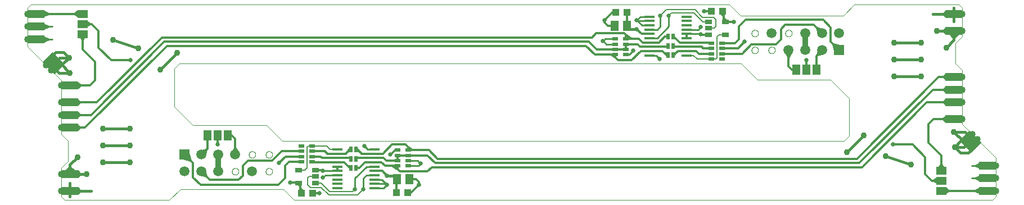
<source format=gtl>
G04 EAGLE Gerber X2 export*
%TF.Part,Single*%
%TF.FileFunction,Other,top copper*%
%TF.FilePolarity,Positive*%
%TF.GenerationSoftware,Autodesk,EAGLE,9.5.2*%
%TF.CreationDate,2020-04-08T10:12:48Z*%
G75*
%MOMM*%
%FSLAX34Y34*%
%LPD*%
%INtop copper*%
%AMOC8*
5,1,8,0,0,1.08239X$1,22.5*%
G01*
%ADD10C,0.000000*%
%ADD11R,2.540000X1.270000*%
%ADD12R,1.270000X2.540000*%
%ADD13R,1.500000X1.500000*%
%ADD14C,1.500000*%
%ADD15R,1.168400X1.600200*%
%ADD16R,1.300000X1.500000*%
%ADD17R,1.600000X0.350000*%
%ADD18R,0.900000X0.500000*%
%ADD19R,1.100000X1.000000*%
%ADD20R,0.508000X0.889000*%
%ADD21R,1.600200X1.168400*%
%ADD22R,0.990000X0.690000*%
%ADD23C,0.203200*%
%ADD24C,1.020000*%
%ADD25C,0.304800*%
%ADD26C,0.406400*%
%ADD27C,0.935000*%
%ADD28C,0.680000*%
%ADD29C,0.254000*%
%ADD30C,0.812800*%


D10*
X0Y232410D02*
X50800Y181610D01*
X50800Y100330D01*
X60960Y90170D01*
X60960Y59690D01*
X50800Y49530D01*
X50800Y6350D01*
X55880Y1270D01*
X213360Y1270D01*
X0Y232410D02*
X0Y290830D01*
X5080Y295910D01*
X220980Y199390D02*
X220980Y142240D01*
X220980Y199390D02*
X228600Y207010D01*
X1074420Y207010D01*
X1056640Y295910D02*
X5080Y295910D01*
X1074420Y207010D02*
X1098550Y182880D01*
X1209040Y182880D01*
X1073150Y279400D02*
X1056640Y295910D01*
X1073150Y279400D02*
X1228090Y279400D01*
X1407160Y115570D02*
X1457960Y64770D01*
X1407160Y115570D02*
X1407160Y196850D01*
X1397000Y207010D01*
X1397000Y237490D01*
X1407160Y247650D01*
X1407160Y290830D01*
X1402080Y295910D01*
X1244600Y295910D01*
X1457960Y64770D02*
X1457960Y6350D01*
X1452880Y1270D01*
X1236980Y97790D02*
X1236980Y154940D01*
X1236980Y97790D02*
X1229360Y90170D01*
X383540Y90170D01*
X401320Y1270D02*
X1452880Y1270D01*
X383540Y90170D02*
X359410Y114300D01*
X248920Y114300D01*
X384810Y17780D02*
X401320Y1270D01*
X384810Y17780D02*
X229870Y17780D01*
X1228090Y279400D02*
X1244600Y295910D01*
X1209040Y182880D02*
X1236980Y154940D01*
X248920Y114300D02*
X220980Y142240D01*
X229870Y17780D02*
X213360Y1270D01*
D11*
X63500Y110490D03*
X63500Y173990D03*
X63500Y129540D03*
X63500Y40640D03*
D12*
G36*
X55380Y206330D02*
X46400Y197350D01*
X28440Y215310D01*
X37420Y224290D01*
X55380Y206330D01*
G37*
D11*
X63500Y15240D03*
X63500Y148590D03*
D12*
G36*
X49030Y199980D02*
X40050Y191000D01*
X22090Y208960D01*
X31070Y217940D01*
X49030Y199980D01*
G37*
D13*
X1221740Y227330D03*
D14*
X1221740Y252730D03*
X1196340Y227330D03*
X1196340Y252730D03*
X1170940Y227330D03*
X1170940Y252730D03*
X1120140Y252730D03*
D10*
X1115140Y227330D02*
X1115142Y227471D01*
X1115148Y227612D01*
X1115158Y227752D01*
X1115172Y227892D01*
X1115190Y228032D01*
X1115211Y228171D01*
X1115237Y228310D01*
X1115266Y228448D01*
X1115300Y228584D01*
X1115337Y228720D01*
X1115378Y228855D01*
X1115423Y228989D01*
X1115472Y229121D01*
X1115524Y229252D01*
X1115580Y229381D01*
X1115640Y229508D01*
X1115703Y229634D01*
X1115769Y229758D01*
X1115840Y229881D01*
X1115913Y230001D01*
X1115990Y230119D01*
X1116070Y230235D01*
X1116154Y230348D01*
X1116240Y230459D01*
X1116330Y230568D01*
X1116423Y230674D01*
X1116518Y230777D01*
X1116617Y230878D01*
X1116718Y230976D01*
X1116822Y231071D01*
X1116929Y231163D01*
X1117038Y231252D01*
X1117150Y231337D01*
X1117264Y231420D01*
X1117380Y231500D01*
X1117499Y231576D01*
X1117620Y231648D01*
X1117742Y231718D01*
X1117867Y231783D01*
X1117993Y231846D01*
X1118121Y231904D01*
X1118251Y231959D01*
X1118382Y232011D01*
X1118515Y232058D01*
X1118649Y232102D01*
X1118784Y232143D01*
X1118920Y232179D01*
X1119057Y232211D01*
X1119195Y232240D01*
X1119333Y232265D01*
X1119473Y232285D01*
X1119613Y232302D01*
X1119753Y232315D01*
X1119894Y232324D01*
X1120034Y232329D01*
X1120175Y232330D01*
X1120316Y232327D01*
X1120457Y232320D01*
X1120597Y232309D01*
X1120737Y232294D01*
X1120877Y232275D01*
X1121016Y232253D01*
X1121154Y232226D01*
X1121292Y232196D01*
X1121428Y232161D01*
X1121564Y232123D01*
X1121698Y232081D01*
X1121832Y232035D01*
X1121964Y231986D01*
X1122094Y231932D01*
X1122223Y231875D01*
X1122350Y231815D01*
X1122476Y231751D01*
X1122599Y231683D01*
X1122721Y231612D01*
X1122841Y231538D01*
X1122958Y231460D01*
X1123073Y231379D01*
X1123186Y231295D01*
X1123297Y231208D01*
X1123405Y231117D01*
X1123510Y231024D01*
X1123613Y230927D01*
X1123713Y230828D01*
X1123810Y230726D01*
X1123904Y230621D01*
X1123995Y230514D01*
X1124083Y230404D01*
X1124168Y230292D01*
X1124250Y230177D01*
X1124329Y230060D01*
X1124404Y229941D01*
X1124476Y229820D01*
X1124544Y229697D01*
X1124609Y229572D01*
X1124671Y229445D01*
X1124728Y229316D01*
X1124783Y229186D01*
X1124833Y229055D01*
X1124880Y228922D01*
X1124923Y228788D01*
X1124962Y228652D01*
X1124997Y228516D01*
X1125029Y228379D01*
X1125056Y228241D01*
X1125080Y228102D01*
X1125100Y227962D01*
X1125116Y227822D01*
X1125128Y227682D01*
X1125136Y227541D01*
X1125140Y227400D01*
X1125140Y227260D01*
X1125136Y227119D01*
X1125128Y226978D01*
X1125116Y226838D01*
X1125100Y226698D01*
X1125080Y226558D01*
X1125056Y226419D01*
X1125029Y226281D01*
X1124997Y226144D01*
X1124962Y226008D01*
X1124923Y225872D01*
X1124880Y225738D01*
X1124833Y225605D01*
X1124783Y225474D01*
X1124728Y225344D01*
X1124671Y225215D01*
X1124609Y225088D01*
X1124544Y224963D01*
X1124476Y224840D01*
X1124404Y224719D01*
X1124329Y224600D01*
X1124250Y224483D01*
X1124168Y224368D01*
X1124083Y224256D01*
X1123995Y224146D01*
X1123904Y224039D01*
X1123810Y223934D01*
X1123713Y223832D01*
X1123613Y223733D01*
X1123510Y223636D01*
X1123405Y223543D01*
X1123297Y223452D01*
X1123186Y223365D01*
X1123073Y223281D01*
X1122958Y223200D01*
X1122841Y223122D01*
X1122721Y223048D01*
X1122599Y222977D01*
X1122476Y222909D01*
X1122350Y222845D01*
X1122223Y222785D01*
X1122094Y222728D01*
X1121964Y222674D01*
X1121832Y222625D01*
X1121698Y222579D01*
X1121564Y222537D01*
X1121428Y222499D01*
X1121292Y222464D01*
X1121154Y222434D01*
X1121016Y222407D01*
X1120877Y222385D01*
X1120737Y222366D01*
X1120597Y222351D01*
X1120457Y222340D01*
X1120316Y222333D01*
X1120175Y222330D01*
X1120034Y222331D01*
X1119894Y222336D01*
X1119753Y222345D01*
X1119613Y222358D01*
X1119473Y222375D01*
X1119333Y222395D01*
X1119195Y222420D01*
X1119057Y222449D01*
X1118920Y222481D01*
X1118784Y222517D01*
X1118649Y222558D01*
X1118515Y222602D01*
X1118382Y222649D01*
X1118251Y222701D01*
X1118121Y222756D01*
X1117993Y222814D01*
X1117867Y222877D01*
X1117742Y222942D01*
X1117620Y223012D01*
X1117499Y223084D01*
X1117380Y223160D01*
X1117264Y223240D01*
X1117150Y223323D01*
X1117038Y223408D01*
X1116929Y223497D01*
X1116822Y223589D01*
X1116718Y223684D01*
X1116617Y223782D01*
X1116518Y223883D01*
X1116423Y223986D01*
X1116330Y224092D01*
X1116240Y224201D01*
X1116154Y224312D01*
X1116070Y224425D01*
X1115990Y224541D01*
X1115913Y224659D01*
X1115840Y224779D01*
X1115769Y224902D01*
X1115703Y225026D01*
X1115640Y225152D01*
X1115580Y225279D01*
X1115524Y225408D01*
X1115472Y225539D01*
X1115423Y225671D01*
X1115378Y225805D01*
X1115337Y225940D01*
X1115300Y226076D01*
X1115266Y226212D01*
X1115237Y226350D01*
X1115211Y226489D01*
X1115190Y226628D01*
X1115172Y226768D01*
X1115158Y226908D01*
X1115148Y227048D01*
X1115142Y227189D01*
X1115140Y227330D01*
X1089740Y227330D02*
X1089742Y227471D01*
X1089748Y227612D01*
X1089758Y227752D01*
X1089772Y227892D01*
X1089790Y228032D01*
X1089811Y228171D01*
X1089837Y228310D01*
X1089866Y228448D01*
X1089900Y228584D01*
X1089937Y228720D01*
X1089978Y228855D01*
X1090023Y228989D01*
X1090072Y229121D01*
X1090124Y229252D01*
X1090180Y229381D01*
X1090240Y229508D01*
X1090303Y229634D01*
X1090369Y229758D01*
X1090440Y229881D01*
X1090513Y230001D01*
X1090590Y230119D01*
X1090670Y230235D01*
X1090754Y230348D01*
X1090840Y230459D01*
X1090930Y230568D01*
X1091023Y230674D01*
X1091118Y230777D01*
X1091217Y230878D01*
X1091318Y230976D01*
X1091422Y231071D01*
X1091529Y231163D01*
X1091638Y231252D01*
X1091750Y231337D01*
X1091864Y231420D01*
X1091980Y231500D01*
X1092099Y231576D01*
X1092220Y231648D01*
X1092342Y231718D01*
X1092467Y231783D01*
X1092593Y231846D01*
X1092721Y231904D01*
X1092851Y231959D01*
X1092982Y232011D01*
X1093115Y232058D01*
X1093249Y232102D01*
X1093384Y232143D01*
X1093520Y232179D01*
X1093657Y232211D01*
X1093795Y232240D01*
X1093933Y232265D01*
X1094073Y232285D01*
X1094213Y232302D01*
X1094353Y232315D01*
X1094494Y232324D01*
X1094634Y232329D01*
X1094775Y232330D01*
X1094916Y232327D01*
X1095057Y232320D01*
X1095197Y232309D01*
X1095337Y232294D01*
X1095477Y232275D01*
X1095616Y232253D01*
X1095754Y232226D01*
X1095892Y232196D01*
X1096028Y232161D01*
X1096164Y232123D01*
X1096298Y232081D01*
X1096432Y232035D01*
X1096564Y231986D01*
X1096694Y231932D01*
X1096823Y231875D01*
X1096950Y231815D01*
X1097076Y231751D01*
X1097199Y231683D01*
X1097321Y231612D01*
X1097441Y231538D01*
X1097558Y231460D01*
X1097673Y231379D01*
X1097786Y231295D01*
X1097897Y231208D01*
X1098005Y231117D01*
X1098110Y231024D01*
X1098213Y230927D01*
X1098313Y230828D01*
X1098410Y230726D01*
X1098504Y230621D01*
X1098595Y230514D01*
X1098683Y230404D01*
X1098768Y230292D01*
X1098850Y230177D01*
X1098929Y230060D01*
X1099004Y229941D01*
X1099076Y229820D01*
X1099144Y229697D01*
X1099209Y229572D01*
X1099271Y229445D01*
X1099328Y229316D01*
X1099383Y229186D01*
X1099433Y229055D01*
X1099480Y228922D01*
X1099523Y228788D01*
X1099562Y228652D01*
X1099597Y228516D01*
X1099629Y228379D01*
X1099656Y228241D01*
X1099680Y228102D01*
X1099700Y227962D01*
X1099716Y227822D01*
X1099728Y227682D01*
X1099736Y227541D01*
X1099740Y227400D01*
X1099740Y227260D01*
X1099736Y227119D01*
X1099728Y226978D01*
X1099716Y226838D01*
X1099700Y226698D01*
X1099680Y226558D01*
X1099656Y226419D01*
X1099629Y226281D01*
X1099597Y226144D01*
X1099562Y226008D01*
X1099523Y225872D01*
X1099480Y225738D01*
X1099433Y225605D01*
X1099383Y225474D01*
X1099328Y225344D01*
X1099271Y225215D01*
X1099209Y225088D01*
X1099144Y224963D01*
X1099076Y224840D01*
X1099004Y224719D01*
X1098929Y224600D01*
X1098850Y224483D01*
X1098768Y224368D01*
X1098683Y224256D01*
X1098595Y224146D01*
X1098504Y224039D01*
X1098410Y223934D01*
X1098313Y223832D01*
X1098213Y223733D01*
X1098110Y223636D01*
X1098005Y223543D01*
X1097897Y223452D01*
X1097786Y223365D01*
X1097673Y223281D01*
X1097558Y223200D01*
X1097441Y223122D01*
X1097321Y223048D01*
X1097199Y222977D01*
X1097076Y222909D01*
X1096950Y222845D01*
X1096823Y222785D01*
X1096694Y222728D01*
X1096564Y222674D01*
X1096432Y222625D01*
X1096298Y222579D01*
X1096164Y222537D01*
X1096028Y222499D01*
X1095892Y222464D01*
X1095754Y222434D01*
X1095616Y222407D01*
X1095477Y222385D01*
X1095337Y222366D01*
X1095197Y222351D01*
X1095057Y222340D01*
X1094916Y222333D01*
X1094775Y222330D01*
X1094634Y222331D01*
X1094494Y222336D01*
X1094353Y222345D01*
X1094213Y222358D01*
X1094073Y222375D01*
X1093933Y222395D01*
X1093795Y222420D01*
X1093657Y222449D01*
X1093520Y222481D01*
X1093384Y222517D01*
X1093249Y222558D01*
X1093115Y222602D01*
X1092982Y222649D01*
X1092851Y222701D01*
X1092721Y222756D01*
X1092593Y222814D01*
X1092467Y222877D01*
X1092342Y222942D01*
X1092220Y223012D01*
X1092099Y223084D01*
X1091980Y223160D01*
X1091864Y223240D01*
X1091750Y223323D01*
X1091638Y223408D01*
X1091529Y223497D01*
X1091422Y223589D01*
X1091318Y223684D01*
X1091217Y223782D01*
X1091118Y223883D01*
X1091023Y223986D01*
X1090930Y224092D01*
X1090840Y224201D01*
X1090754Y224312D01*
X1090670Y224425D01*
X1090590Y224541D01*
X1090513Y224659D01*
X1090440Y224779D01*
X1090369Y224902D01*
X1090303Y225026D01*
X1090240Y225152D01*
X1090180Y225279D01*
X1090124Y225408D01*
X1090072Y225539D01*
X1090023Y225671D01*
X1089978Y225805D01*
X1089937Y225940D01*
X1089900Y226076D01*
X1089866Y226212D01*
X1089837Y226350D01*
X1089811Y226489D01*
X1089790Y226628D01*
X1089772Y226768D01*
X1089758Y226908D01*
X1089748Y227048D01*
X1089742Y227189D01*
X1089740Y227330D01*
X1089740Y252730D02*
X1089742Y252871D01*
X1089748Y253012D01*
X1089758Y253152D01*
X1089772Y253292D01*
X1089790Y253432D01*
X1089811Y253571D01*
X1089837Y253710D01*
X1089866Y253848D01*
X1089900Y253984D01*
X1089937Y254120D01*
X1089978Y254255D01*
X1090023Y254389D01*
X1090072Y254521D01*
X1090124Y254652D01*
X1090180Y254781D01*
X1090240Y254908D01*
X1090303Y255034D01*
X1090369Y255158D01*
X1090440Y255281D01*
X1090513Y255401D01*
X1090590Y255519D01*
X1090670Y255635D01*
X1090754Y255748D01*
X1090840Y255859D01*
X1090930Y255968D01*
X1091023Y256074D01*
X1091118Y256177D01*
X1091217Y256278D01*
X1091318Y256376D01*
X1091422Y256471D01*
X1091529Y256563D01*
X1091638Y256652D01*
X1091750Y256737D01*
X1091864Y256820D01*
X1091980Y256900D01*
X1092099Y256976D01*
X1092220Y257048D01*
X1092342Y257118D01*
X1092467Y257183D01*
X1092593Y257246D01*
X1092721Y257304D01*
X1092851Y257359D01*
X1092982Y257411D01*
X1093115Y257458D01*
X1093249Y257502D01*
X1093384Y257543D01*
X1093520Y257579D01*
X1093657Y257611D01*
X1093795Y257640D01*
X1093933Y257665D01*
X1094073Y257685D01*
X1094213Y257702D01*
X1094353Y257715D01*
X1094494Y257724D01*
X1094634Y257729D01*
X1094775Y257730D01*
X1094916Y257727D01*
X1095057Y257720D01*
X1095197Y257709D01*
X1095337Y257694D01*
X1095477Y257675D01*
X1095616Y257653D01*
X1095754Y257626D01*
X1095892Y257596D01*
X1096028Y257561D01*
X1096164Y257523D01*
X1096298Y257481D01*
X1096432Y257435D01*
X1096564Y257386D01*
X1096694Y257332D01*
X1096823Y257275D01*
X1096950Y257215D01*
X1097076Y257151D01*
X1097199Y257083D01*
X1097321Y257012D01*
X1097441Y256938D01*
X1097558Y256860D01*
X1097673Y256779D01*
X1097786Y256695D01*
X1097897Y256608D01*
X1098005Y256517D01*
X1098110Y256424D01*
X1098213Y256327D01*
X1098313Y256228D01*
X1098410Y256126D01*
X1098504Y256021D01*
X1098595Y255914D01*
X1098683Y255804D01*
X1098768Y255692D01*
X1098850Y255577D01*
X1098929Y255460D01*
X1099004Y255341D01*
X1099076Y255220D01*
X1099144Y255097D01*
X1099209Y254972D01*
X1099271Y254845D01*
X1099328Y254716D01*
X1099383Y254586D01*
X1099433Y254455D01*
X1099480Y254322D01*
X1099523Y254188D01*
X1099562Y254052D01*
X1099597Y253916D01*
X1099629Y253779D01*
X1099656Y253641D01*
X1099680Y253502D01*
X1099700Y253362D01*
X1099716Y253222D01*
X1099728Y253082D01*
X1099736Y252941D01*
X1099740Y252800D01*
X1099740Y252660D01*
X1099736Y252519D01*
X1099728Y252378D01*
X1099716Y252238D01*
X1099700Y252098D01*
X1099680Y251958D01*
X1099656Y251819D01*
X1099629Y251681D01*
X1099597Y251544D01*
X1099562Y251408D01*
X1099523Y251272D01*
X1099480Y251138D01*
X1099433Y251005D01*
X1099383Y250874D01*
X1099328Y250744D01*
X1099271Y250615D01*
X1099209Y250488D01*
X1099144Y250363D01*
X1099076Y250240D01*
X1099004Y250119D01*
X1098929Y250000D01*
X1098850Y249883D01*
X1098768Y249768D01*
X1098683Y249656D01*
X1098595Y249546D01*
X1098504Y249439D01*
X1098410Y249334D01*
X1098313Y249232D01*
X1098213Y249133D01*
X1098110Y249036D01*
X1098005Y248943D01*
X1097897Y248852D01*
X1097786Y248765D01*
X1097673Y248681D01*
X1097558Y248600D01*
X1097441Y248522D01*
X1097321Y248448D01*
X1097199Y248377D01*
X1097076Y248309D01*
X1096950Y248245D01*
X1096823Y248185D01*
X1096694Y248128D01*
X1096564Y248074D01*
X1096432Y248025D01*
X1096298Y247979D01*
X1096164Y247937D01*
X1096028Y247899D01*
X1095892Y247864D01*
X1095754Y247834D01*
X1095616Y247807D01*
X1095477Y247785D01*
X1095337Y247766D01*
X1095197Y247751D01*
X1095057Y247740D01*
X1094916Y247733D01*
X1094775Y247730D01*
X1094634Y247731D01*
X1094494Y247736D01*
X1094353Y247745D01*
X1094213Y247758D01*
X1094073Y247775D01*
X1093933Y247795D01*
X1093795Y247820D01*
X1093657Y247849D01*
X1093520Y247881D01*
X1093384Y247917D01*
X1093249Y247958D01*
X1093115Y248002D01*
X1092982Y248049D01*
X1092851Y248101D01*
X1092721Y248156D01*
X1092593Y248214D01*
X1092467Y248277D01*
X1092342Y248342D01*
X1092220Y248412D01*
X1092099Y248484D01*
X1091980Y248560D01*
X1091864Y248640D01*
X1091750Y248723D01*
X1091638Y248808D01*
X1091529Y248897D01*
X1091422Y248989D01*
X1091318Y249084D01*
X1091217Y249182D01*
X1091118Y249283D01*
X1091023Y249386D01*
X1090930Y249492D01*
X1090840Y249601D01*
X1090754Y249712D01*
X1090670Y249825D01*
X1090590Y249941D01*
X1090513Y250059D01*
X1090440Y250179D01*
X1090369Y250302D01*
X1090303Y250426D01*
X1090240Y250552D01*
X1090180Y250679D01*
X1090124Y250808D01*
X1090072Y250939D01*
X1090023Y251071D01*
X1089978Y251205D01*
X1089937Y251340D01*
X1089900Y251476D01*
X1089866Y251612D01*
X1089837Y251750D01*
X1089811Y251889D01*
X1089790Y252028D01*
X1089772Y252168D01*
X1089758Y252308D01*
X1089748Y252448D01*
X1089742Y252589D01*
X1089740Y252730D01*
D14*
X1145540Y227330D03*
D10*
X1140540Y252730D02*
X1140542Y252871D01*
X1140548Y253012D01*
X1140558Y253152D01*
X1140572Y253292D01*
X1140590Y253432D01*
X1140611Y253571D01*
X1140637Y253710D01*
X1140666Y253848D01*
X1140700Y253984D01*
X1140737Y254120D01*
X1140778Y254255D01*
X1140823Y254389D01*
X1140872Y254521D01*
X1140924Y254652D01*
X1140980Y254781D01*
X1141040Y254908D01*
X1141103Y255034D01*
X1141169Y255158D01*
X1141240Y255281D01*
X1141313Y255401D01*
X1141390Y255519D01*
X1141470Y255635D01*
X1141554Y255748D01*
X1141640Y255859D01*
X1141730Y255968D01*
X1141823Y256074D01*
X1141918Y256177D01*
X1142017Y256278D01*
X1142118Y256376D01*
X1142222Y256471D01*
X1142329Y256563D01*
X1142438Y256652D01*
X1142550Y256737D01*
X1142664Y256820D01*
X1142780Y256900D01*
X1142899Y256976D01*
X1143020Y257048D01*
X1143142Y257118D01*
X1143267Y257183D01*
X1143393Y257246D01*
X1143521Y257304D01*
X1143651Y257359D01*
X1143782Y257411D01*
X1143915Y257458D01*
X1144049Y257502D01*
X1144184Y257543D01*
X1144320Y257579D01*
X1144457Y257611D01*
X1144595Y257640D01*
X1144733Y257665D01*
X1144873Y257685D01*
X1145013Y257702D01*
X1145153Y257715D01*
X1145294Y257724D01*
X1145434Y257729D01*
X1145575Y257730D01*
X1145716Y257727D01*
X1145857Y257720D01*
X1145997Y257709D01*
X1146137Y257694D01*
X1146277Y257675D01*
X1146416Y257653D01*
X1146554Y257626D01*
X1146692Y257596D01*
X1146828Y257561D01*
X1146964Y257523D01*
X1147098Y257481D01*
X1147232Y257435D01*
X1147364Y257386D01*
X1147494Y257332D01*
X1147623Y257275D01*
X1147750Y257215D01*
X1147876Y257151D01*
X1147999Y257083D01*
X1148121Y257012D01*
X1148241Y256938D01*
X1148358Y256860D01*
X1148473Y256779D01*
X1148586Y256695D01*
X1148697Y256608D01*
X1148805Y256517D01*
X1148910Y256424D01*
X1149013Y256327D01*
X1149113Y256228D01*
X1149210Y256126D01*
X1149304Y256021D01*
X1149395Y255914D01*
X1149483Y255804D01*
X1149568Y255692D01*
X1149650Y255577D01*
X1149729Y255460D01*
X1149804Y255341D01*
X1149876Y255220D01*
X1149944Y255097D01*
X1150009Y254972D01*
X1150071Y254845D01*
X1150128Y254716D01*
X1150183Y254586D01*
X1150233Y254455D01*
X1150280Y254322D01*
X1150323Y254188D01*
X1150362Y254052D01*
X1150397Y253916D01*
X1150429Y253779D01*
X1150456Y253641D01*
X1150480Y253502D01*
X1150500Y253362D01*
X1150516Y253222D01*
X1150528Y253082D01*
X1150536Y252941D01*
X1150540Y252800D01*
X1150540Y252660D01*
X1150536Y252519D01*
X1150528Y252378D01*
X1150516Y252238D01*
X1150500Y252098D01*
X1150480Y251958D01*
X1150456Y251819D01*
X1150429Y251681D01*
X1150397Y251544D01*
X1150362Y251408D01*
X1150323Y251272D01*
X1150280Y251138D01*
X1150233Y251005D01*
X1150183Y250874D01*
X1150128Y250744D01*
X1150071Y250615D01*
X1150009Y250488D01*
X1149944Y250363D01*
X1149876Y250240D01*
X1149804Y250119D01*
X1149729Y250000D01*
X1149650Y249883D01*
X1149568Y249768D01*
X1149483Y249656D01*
X1149395Y249546D01*
X1149304Y249439D01*
X1149210Y249334D01*
X1149113Y249232D01*
X1149013Y249133D01*
X1148910Y249036D01*
X1148805Y248943D01*
X1148697Y248852D01*
X1148586Y248765D01*
X1148473Y248681D01*
X1148358Y248600D01*
X1148241Y248522D01*
X1148121Y248448D01*
X1147999Y248377D01*
X1147876Y248309D01*
X1147750Y248245D01*
X1147623Y248185D01*
X1147494Y248128D01*
X1147364Y248074D01*
X1147232Y248025D01*
X1147098Y247979D01*
X1146964Y247937D01*
X1146828Y247899D01*
X1146692Y247864D01*
X1146554Y247834D01*
X1146416Y247807D01*
X1146277Y247785D01*
X1146137Y247766D01*
X1145997Y247751D01*
X1145857Y247740D01*
X1145716Y247733D01*
X1145575Y247730D01*
X1145434Y247731D01*
X1145294Y247736D01*
X1145153Y247745D01*
X1145013Y247758D01*
X1144873Y247775D01*
X1144733Y247795D01*
X1144595Y247820D01*
X1144457Y247849D01*
X1144320Y247881D01*
X1144184Y247917D01*
X1144049Y247958D01*
X1143915Y248002D01*
X1143782Y248049D01*
X1143651Y248101D01*
X1143521Y248156D01*
X1143393Y248214D01*
X1143267Y248277D01*
X1143142Y248342D01*
X1143020Y248412D01*
X1142899Y248484D01*
X1142780Y248560D01*
X1142664Y248640D01*
X1142550Y248723D01*
X1142438Y248808D01*
X1142329Y248897D01*
X1142222Y248989D01*
X1142118Y249084D01*
X1142017Y249182D01*
X1141918Y249283D01*
X1141823Y249386D01*
X1141730Y249492D01*
X1141640Y249601D01*
X1141554Y249712D01*
X1141470Y249825D01*
X1141390Y249941D01*
X1141313Y250059D01*
X1141240Y250179D01*
X1141169Y250302D01*
X1141103Y250426D01*
X1141040Y250552D01*
X1140980Y250679D01*
X1140924Y250808D01*
X1140872Y250939D01*
X1140823Y251071D01*
X1140778Y251205D01*
X1140737Y251340D01*
X1140700Y251476D01*
X1140666Y251612D01*
X1140637Y251750D01*
X1140611Y251889D01*
X1140590Y252028D01*
X1140572Y252168D01*
X1140558Y252308D01*
X1140548Y252448D01*
X1140542Y252589D01*
X1140540Y252730D01*
D15*
X1187450Y198120D03*
X1172210Y198120D03*
X1156970Y198120D03*
D16*
X883310Y264160D03*
X902310Y264160D03*
D17*
X935930Y277870D03*
X935930Y271370D03*
X935930Y264870D03*
X935930Y258370D03*
X935930Y251870D03*
X935930Y245370D03*
X935930Y238870D03*
X935930Y232370D03*
X935930Y225870D03*
X935930Y219370D03*
X991930Y219370D03*
X991930Y225870D03*
X991930Y232370D03*
X991930Y238870D03*
X991930Y245370D03*
X991930Y251870D03*
X991930Y258370D03*
X991930Y264870D03*
X991930Y271370D03*
X991930Y277870D03*
D18*
X900810Y220410D03*
X900810Y228410D03*
X900810Y236410D03*
X900810Y244410D03*
X884810Y244410D03*
X884810Y236410D03*
X884810Y228410D03*
X884810Y220410D03*
D11*
X12700Y243840D03*
X12700Y262890D03*
X12700Y281940D03*
D18*
X1029590Y238060D03*
X1029590Y230060D03*
X1029590Y222060D03*
X1029590Y214060D03*
X1045590Y214060D03*
X1045590Y222060D03*
X1045590Y230060D03*
X1045590Y238060D03*
D19*
X902580Y284480D03*
X885580Y284480D03*
D20*
X963930Y247650D03*
X971550Y247650D03*
X963930Y233680D03*
X971550Y233680D03*
X963930Y219710D03*
X971550Y219710D03*
D21*
X82550Y281940D03*
X82550Y266700D03*
X82550Y251460D03*
D22*
X1024690Y269850D03*
X1024690Y260350D03*
X1024690Y250850D03*
X1050590Y250850D03*
X1050590Y269850D03*
D19*
X1046090Y285750D03*
X1029090Y285750D03*
D11*
X1394460Y186690D03*
X1394460Y123190D03*
X1394460Y167640D03*
X1394460Y256540D03*
D12*
G36*
X1402580Y90850D02*
X1411560Y99830D01*
X1429520Y81870D01*
X1420540Y72890D01*
X1402580Y90850D01*
G37*
D11*
X1394460Y281940D03*
X1394460Y148590D03*
D12*
G36*
X1408930Y97200D02*
X1417910Y106180D01*
X1435870Y88220D01*
X1426890Y79240D01*
X1408930Y97200D01*
G37*
D13*
X236220Y69850D03*
D14*
X236220Y44450D03*
X261620Y69850D03*
X261620Y44450D03*
X287020Y69850D03*
X287020Y44450D03*
X337820Y44450D03*
D10*
X332820Y69850D02*
X332822Y69991D01*
X332828Y70132D01*
X332838Y70272D01*
X332852Y70412D01*
X332870Y70552D01*
X332891Y70691D01*
X332917Y70830D01*
X332946Y70968D01*
X332980Y71104D01*
X333017Y71240D01*
X333058Y71375D01*
X333103Y71509D01*
X333152Y71641D01*
X333204Y71772D01*
X333260Y71901D01*
X333320Y72028D01*
X333383Y72154D01*
X333449Y72278D01*
X333520Y72401D01*
X333593Y72521D01*
X333670Y72639D01*
X333750Y72755D01*
X333834Y72868D01*
X333920Y72979D01*
X334010Y73088D01*
X334103Y73194D01*
X334198Y73297D01*
X334297Y73398D01*
X334398Y73496D01*
X334502Y73591D01*
X334609Y73683D01*
X334718Y73772D01*
X334830Y73857D01*
X334944Y73940D01*
X335060Y74020D01*
X335179Y74096D01*
X335300Y74168D01*
X335422Y74238D01*
X335547Y74303D01*
X335673Y74366D01*
X335801Y74424D01*
X335931Y74479D01*
X336062Y74531D01*
X336195Y74578D01*
X336329Y74622D01*
X336464Y74663D01*
X336600Y74699D01*
X336737Y74731D01*
X336875Y74760D01*
X337013Y74785D01*
X337153Y74805D01*
X337293Y74822D01*
X337433Y74835D01*
X337574Y74844D01*
X337714Y74849D01*
X337855Y74850D01*
X337996Y74847D01*
X338137Y74840D01*
X338277Y74829D01*
X338417Y74814D01*
X338557Y74795D01*
X338696Y74773D01*
X338834Y74746D01*
X338972Y74716D01*
X339108Y74681D01*
X339244Y74643D01*
X339378Y74601D01*
X339512Y74555D01*
X339644Y74506D01*
X339774Y74452D01*
X339903Y74395D01*
X340030Y74335D01*
X340156Y74271D01*
X340279Y74203D01*
X340401Y74132D01*
X340521Y74058D01*
X340638Y73980D01*
X340753Y73899D01*
X340866Y73815D01*
X340977Y73728D01*
X341085Y73637D01*
X341190Y73544D01*
X341293Y73447D01*
X341393Y73348D01*
X341490Y73246D01*
X341584Y73141D01*
X341675Y73034D01*
X341763Y72924D01*
X341848Y72812D01*
X341930Y72697D01*
X342009Y72580D01*
X342084Y72461D01*
X342156Y72340D01*
X342224Y72217D01*
X342289Y72092D01*
X342351Y71965D01*
X342408Y71836D01*
X342463Y71706D01*
X342513Y71575D01*
X342560Y71442D01*
X342603Y71308D01*
X342642Y71172D01*
X342677Y71036D01*
X342709Y70899D01*
X342736Y70761D01*
X342760Y70622D01*
X342780Y70482D01*
X342796Y70342D01*
X342808Y70202D01*
X342816Y70061D01*
X342820Y69920D01*
X342820Y69780D01*
X342816Y69639D01*
X342808Y69498D01*
X342796Y69358D01*
X342780Y69218D01*
X342760Y69078D01*
X342736Y68939D01*
X342709Y68801D01*
X342677Y68664D01*
X342642Y68528D01*
X342603Y68392D01*
X342560Y68258D01*
X342513Y68125D01*
X342463Y67994D01*
X342408Y67864D01*
X342351Y67735D01*
X342289Y67608D01*
X342224Y67483D01*
X342156Y67360D01*
X342084Y67239D01*
X342009Y67120D01*
X341930Y67003D01*
X341848Y66888D01*
X341763Y66776D01*
X341675Y66666D01*
X341584Y66559D01*
X341490Y66454D01*
X341393Y66352D01*
X341293Y66253D01*
X341190Y66156D01*
X341085Y66063D01*
X340977Y65972D01*
X340866Y65885D01*
X340753Y65801D01*
X340638Y65720D01*
X340521Y65642D01*
X340401Y65568D01*
X340279Y65497D01*
X340156Y65429D01*
X340030Y65365D01*
X339903Y65305D01*
X339774Y65248D01*
X339644Y65194D01*
X339512Y65145D01*
X339378Y65099D01*
X339244Y65057D01*
X339108Y65019D01*
X338972Y64984D01*
X338834Y64954D01*
X338696Y64927D01*
X338557Y64905D01*
X338417Y64886D01*
X338277Y64871D01*
X338137Y64860D01*
X337996Y64853D01*
X337855Y64850D01*
X337714Y64851D01*
X337574Y64856D01*
X337433Y64865D01*
X337293Y64878D01*
X337153Y64895D01*
X337013Y64915D01*
X336875Y64940D01*
X336737Y64969D01*
X336600Y65001D01*
X336464Y65037D01*
X336329Y65078D01*
X336195Y65122D01*
X336062Y65169D01*
X335931Y65221D01*
X335801Y65276D01*
X335673Y65334D01*
X335547Y65397D01*
X335422Y65462D01*
X335300Y65532D01*
X335179Y65604D01*
X335060Y65680D01*
X334944Y65760D01*
X334830Y65843D01*
X334718Y65928D01*
X334609Y66017D01*
X334502Y66109D01*
X334398Y66204D01*
X334297Y66302D01*
X334198Y66403D01*
X334103Y66506D01*
X334010Y66612D01*
X333920Y66721D01*
X333834Y66832D01*
X333750Y66945D01*
X333670Y67061D01*
X333593Y67179D01*
X333520Y67299D01*
X333449Y67422D01*
X333383Y67546D01*
X333320Y67672D01*
X333260Y67799D01*
X333204Y67928D01*
X333152Y68059D01*
X333103Y68191D01*
X333058Y68325D01*
X333017Y68460D01*
X332980Y68596D01*
X332946Y68732D01*
X332917Y68870D01*
X332891Y69009D01*
X332870Y69148D01*
X332852Y69288D01*
X332838Y69428D01*
X332828Y69568D01*
X332822Y69709D01*
X332820Y69850D01*
X358220Y69850D02*
X358222Y69991D01*
X358228Y70132D01*
X358238Y70272D01*
X358252Y70412D01*
X358270Y70552D01*
X358291Y70691D01*
X358317Y70830D01*
X358346Y70968D01*
X358380Y71104D01*
X358417Y71240D01*
X358458Y71375D01*
X358503Y71509D01*
X358552Y71641D01*
X358604Y71772D01*
X358660Y71901D01*
X358720Y72028D01*
X358783Y72154D01*
X358849Y72278D01*
X358920Y72401D01*
X358993Y72521D01*
X359070Y72639D01*
X359150Y72755D01*
X359234Y72868D01*
X359320Y72979D01*
X359410Y73088D01*
X359503Y73194D01*
X359598Y73297D01*
X359697Y73398D01*
X359798Y73496D01*
X359902Y73591D01*
X360009Y73683D01*
X360118Y73772D01*
X360230Y73857D01*
X360344Y73940D01*
X360460Y74020D01*
X360579Y74096D01*
X360700Y74168D01*
X360822Y74238D01*
X360947Y74303D01*
X361073Y74366D01*
X361201Y74424D01*
X361331Y74479D01*
X361462Y74531D01*
X361595Y74578D01*
X361729Y74622D01*
X361864Y74663D01*
X362000Y74699D01*
X362137Y74731D01*
X362275Y74760D01*
X362413Y74785D01*
X362553Y74805D01*
X362693Y74822D01*
X362833Y74835D01*
X362974Y74844D01*
X363114Y74849D01*
X363255Y74850D01*
X363396Y74847D01*
X363537Y74840D01*
X363677Y74829D01*
X363817Y74814D01*
X363957Y74795D01*
X364096Y74773D01*
X364234Y74746D01*
X364372Y74716D01*
X364508Y74681D01*
X364644Y74643D01*
X364778Y74601D01*
X364912Y74555D01*
X365044Y74506D01*
X365174Y74452D01*
X365303Y74395D01*
X365430Y74335D01*
X365556Y74271D01*
X365679Y74203D01*
X365801Y74132D01*
X365921Y74058D01*
X366038Y73980D01*
X366153Y73899D01*
X366266Y73815D01*
X366377Y73728D01*
X366485Y73637D01*
X366590Y73544D01*
X366693Y73447D01*
X366793Y73348D01*
X366890Y73246D01*
X366984Y73141D01*
X367075Y73034D01*
X367163Y72924D01*
X367248Y72812D01*
X367330Y72697D01*
X367409Y72580D01*
X367484Y72461D01*
X367556Y72340D01*
X367624Y72217D01*
X367689Y72092D01*
X367751Y71965D01*
X367808Y71836D01*
X367863Y71706D01*
X367913Y71575D01*
X367960Y71442D01*
X368003Y71308D01*
X368042Y71172D01*
X368077Y71036D01*
X368109Y70899D01*
X368136Y70761D01*
X368160Y70622D01*
X368180Y70482D01*
X368196Y70342D01*
X368208Y70202D01*
X368216Y70061D01*
X368220Y69920D01*
X368220Y69780D01*
X368216Y69639D01*
X368208Y69498D01*
X368196Y69358D01*
X368180Y69218D01*
X368160Y69078D01*
X368136Y68939D01*
X368109Y68801D01*
X368077Y68664D01*
X368042Y68528D01*
X368003Y68392D01*
X367960Y68258D01*
X367913Y68125D01*
X367863Y67994D01*
X367808Y67864D01*
X367751Y67735D01*
X367689Y67608D01*
X367624Y67483D01*
X367556Y67360D01*
X367484Y67239D01*
X367409Y67120D01*
X367330Y67003D01*
X367248Y66888D01*
X367163Y66776D01*
X367075Y66666D01*
X366984Y66559D01*
X366890Y66454D01*
X366793Y66352D01*
X366693Y66253D01*
X366590Y66156D01*
X366485Y66063D01*
X366377Y65972D01*
X366266Y65885D01*
X366153Y65801D01*
X366038Y65720D01*
X365921Y65642D01*
X365801Y65568D01*
X365679Y65497D01*
X365556Y65429D01*
X365430Y65365D01*
X365303Y65305D01*
X365174Y65248D01*
X365044Y65194D01*
X364912Y65145D01*
X364778Y65099D01*
X364644Y65057D01*
X364508Y65019D01*
X364372Y64984D01*
X364234Y64954D01*
X364096Y64927D01*
X363957Y64905D01*
X363817Y64886D01*
X363677Y64871D01*
X363537Y64860D01*
X363396Y64853D01*
X363255Y64850D01*
X363114Y64851D01*
X362974Y64856D01*
X362833Y64865D01*
X362693Y64878D01*
X362553Y64895D01*
X362413Y64915D01*
X362275Y64940D01*
X362137Y64969D01*
X362000Y65001D01*
X361864Y65037D01*
X361729Y65078D01*
X361595Y65122D01*
X361462Y65169D01*
X361331Y65221D01*
X361201Y65276D01*
X361073Y65334D01*
X360947Y65397D01*
X360822Y65462D01*
X360700Y65532D01*
X360579Y65604D01*
X360460Y65680D01*
X360344Y65760D01*
X360230Y65843D01*
X360118Y65928D01*
X360009Y66017D01*
X359902Y66109D01*
X359798Y66204D01*
X359697Y66302D01*
X359598Y66403D01*
X359503Y66506D01*
X359410Y66612D01*
X359320Y66721D01*
X359234Y66832D01*
X359150Y66945D01*
X359070Y67061D01*
X358993Y67179D01*
X358920Y67299D01*
X358849Y67422D01*
X358783Y67546D01*
X358720Y67672D01*
X358660Y67799D01*
X358604Y67928D01*
X358552Y68059D01*
X358503Y68191D01*
X358458Y68325D01*
X358417Y68460D01*
X358380Y68596D01*
X358346Y68732D01*
X358317Y68870D01*
X358291Y69009D01*
X358270Y69148D01*
X358252Y69288D01*
X358238Y69428D01*
X358228Y69568D01*
X358222Y69709D01*
X358220Y69850D01*
X358220Y44450D02*
X358222Y44591D01*
X358228Y44732D01*
X358238Y44872D01*
X358252Y45012D01*
X358270Y45152D01*
X358291Y45291D01*
X358317Y45430D01*
X358346Y45568D01*
X358380Y45704D01*
X358417Y45840D01*
X358458Y45975D01*
X358503Y46109D01*
X358552Y46241D01*
X358604Y46372D01*
X358660Y46501D01*
X358720Y46628D01*
X358783Y46754D01*
X358849Y46878D01*
X358920Y47001D01*
X358993Y47121D01*
X359070Y47239D01*
X359150Y47355D01*
X359234Y47468D01*
X359320Y47579D01*
X359410Y47688D01*
X359503Y47794D01*
X359598Y47897D01*
X359697Y47998D01*
X359798Y48096D01*
X359902Y48191D01*
X360009Y48283D01*
X360118Y48372D01*
X360230Y48457D01*
X360344Y48540D01*
X360460Y48620D01*
X360579Y48696D01*
X360700Y48768D01*
X360822Y48838D01*
X360947Y48903D01*
X361073Y48966D01*
X361201Y49024D01*
X361331Y49079D01*
X361462Y49131D01*
X361595Y49178D01*
X361729Y49222D01*
X361864Y49263D01*
X362000Y49299D01*
X362137Y49331D01*
X362275Y49360D01*
X362413Y49385D01*
X362553Y49405D01*
X362693Y49422D01*
X362833Y49435D01*
X362974Y49444D01*
X363114Y49449D01*
X363255Y49450D01*
X363396Y49447D01*
X363537Y49440D01*
X363677Y49429D01*
X363817Y49414D01*
X363957Y49395D01*
X364096Y49373D01*
X364234Y49346D01*
X364372Y49316D01*
X364508Y49281D01*
X364644Y49243D01*
X364778Y49201D01*
X364912Y49155D01*
X365044Y49106D01*
X365174Y49052D01*
X365303Y48995D01*
X365430Y48935D01*
X365556Y48871D01*
X365679Y48803D01*
X365801Y48732D01*
X365921Y48658D01*
X366038Y48580D01*
X366153Y48499D01*
X366266Y48415D01*
X366377Y48328D01*
X366485Y48237D01*
X366590Y48144D01*
X366693Y48047D01*
X366793Y47948D01*
X366890Y47846D01*
X366984Y47741D01*
X367075Y47634D01*
X367163Y47524D01*
X367248Y47412D01*
X367330Y47297D01*
X367409Y47180D01*
X367484Y47061D01*
X367556Y46940D01*
X367624Y46817D01*
X367689Y46692D01*
X367751Y46565D01*
X367808Y46436D01*
X367863Y46306D01*
X367913Y46175D01*
X367960Y46042D01*
X368003Y45908D01*
X368042Y45772D01*
X368077Y45636D01*
X368109Y45499D01*
X368136Y45361D01*
X368160Y45222D01*
X368180Y45082D01*
X368196Y44942D01*
X368208Y44802D01*
X368216Y44661D01*
X368220Y44520D01*
X368220Y44380D01*
X368216Y44239D01*
X368208Y44098D01*
X368196Y43958D01*
X368180Y43818D01*
X368160Y43678D01*
X368136Y43539D01*
X368109Y43401D01*
X368077Y43264D01*
X368042Y43128D01*
X368003Y42992D01*
X367960Y42858D01*
X367913Y42725D01*
X367863Y42594D01*
X367808Y42464D01*
X367751Y42335D01*
X367689Y42208D01*
X367624Y42083D01*
X367556Y41960D01*
X367484Y41839D01*
X367409Y41720D01*
X367330Y41603D01*
X367248Y41488D01*
X367163Y41376D01*
X367075Y41266D01*
X366984Y41159D01*
X366890Y41054D01*
X366793Y40952D01*
X366693Y40853D01*
X366590Y40756D01*
X366485Y40663D01*
X366377Y40572D01*
X366266Y40485D01*
X366153Y40401D01*
X366038Y40320D01*
X365921Y40242D01*
X365801Y40168D01*
X365679Y40097D01*
X365556Y40029D01*
X365430Y39965D01*
X365303Y39905D01*
X365174Y39848D01*
X365044Y39794D01*
X364912Y39745D01*
X364778Y39699D01*
X364644Y39657D01*
X364508Y39619D01*
X364372Y39584D01*
X364234Y39554D01*
X364096Y39527D01*
X363957Y39505D01*
X363817Y39486D01*
X363677Y39471D01*
X363537Y39460D01*
X363396Y39453D01*
X363255Y39450D01*
X363114Y39451D01*
X362974Y39456D01*
X362833Y39465D01*
X362693Y39478D01*
X362553Y39495D01*
X362413Y39515D01*
X362275Y39540D01*
X362137Y39569D01*
X362000Y39601D01*
X361864Y39637D01*
X361729Y39678D01*
X361595Y39722D01*
X361462Y39769D01*
X361331Y39821D01*
X361201Y39876D01*
X361073Y39934D01*
X360947Y39997D01*
X360822Y40062D01*
X360700Y40132D01*
X360579Y40204D01*
X360460Y40280D01*
X360344Y40360D01*
X360230Y40443D01*
X360118Y40528D01*
X360009Y40617D01*
X359902Y40709D01*
X359798Y40804D01*
X359697Y40902D01*
X359598Y41003D01*
X359503Y41106D01*
X359410Y41212D01*
X359320Y41321D01*
X359234Y41432D01*
X359150Y41545D01*
X359070Y41661D01*
X358993Y41779D01*
X358920Y41899D01*
X358849Y42022D01*
X358783Y42146D01*
X358720Y42272D01*
X358660Y42399D01*
X358604Y42528D01*
X358552Y42659D01*
X358503Y42791D01*
X358458Y42925D01*
X358417Y43060D01*
X358380Y43196D01*
X358346Y43332D01*
X358317Y43470D01*
X358291Y43609D01*
X358270Y43748D01*
X358252Y43888D01*
X358238Y44028D01*
X358228Y44168D01*
X358222Y44309D01*
X358220Y44450D01*
D14*
X312420Y69850D03*
D10*
X307420Y44450D02*
X307422Y44591D01*
X307428Y44732D01*
X307438Y44872D01*
X307452Y45012D01*
X307470Y45152D01*
X307491Y45291D01*
X307517Y45430D01*
X307546Y45568D01*
X307580Y45704D01*
X307617Y45840D01*
X307658Y45975D01*
X307703Y46109D01*
X307752Y46241D01*
X307804Y46372D01*
X307860Y46501D01*
X307920Y46628D01*
X307983Y46754D01*
X308049Y46878D01*
X308120Y47001D01*
X308193Y47121D01*
X308270Y47239D01*
X308350Y47355D01*
X308434Y47468D01*
X308520Y47579D01*
X308610Y47688D01*
X308703Y47794D01*
X308798Y47897D01*
X308897Y47998D01*
X308998Y48096D01*
X309102Y48191D01*
X309209Y48283D01*
X309318Y48372D01*
X309430Y48457D01*
X309544Y48540D01*
X309660Y48620D01*
X309779Y48696D01*
X309900Y48768D01*
X310022Y48838D01*
X310147Y48903D01*
X310273Y48966D01*
X310401Y49024D01*
X310531Y49079D01*
X310662Y49131D01*
X310795Y49178D01*
X310929Y49222D01*
X311064Y49263D01*
X311200Y49299D01*
X311337Y49331D01*
X311475Y49360D01*
X311613Y49385D01*
X311753Y49405D01*
X311893Y49422D01*
X312033Y49435D01*
X312174Y49444D01*
X312314Y49449D01*
X312455Y49450D01*
X312596Y49447D01*
X312737Y49440D01*
X312877Y49429D01*
X313017Y49414D01*
X313157Y49395D01*
X313296Y49373D01*
X313434Y49346D01*
X313572Y49316D01*
X313708Y49281D01*
X313844Y49243D01*
X313978Y49201D01*
X314112Y49155D01*
X314244Y49106D01*
X314374Y49052D01*
X314503Y48995D01*
X314630Y48935D01*
X314756Y48871D01*
X314879Y48803D01*
X315001Y48732D01*
X315121Y48658D01*
X315238Y48580D01*
X315353Y48499D01*
X315466Y48415D01*
X315577Y48328D01*
X315685Y48237D01*
X315790Y48144D01*
X315893Y48047D01*
X315993Y47948D01*
X316090Y47846D01*
X316184Y47741D01*
X316275Y47634D01*
X316363Y47524D01*
X316448Y47412D01*
X316530Y47297D01*
X316609Y47180D01*
X316684Y47061D01*
X316756Y46940D01*
X316824Y46817D01*
X316889Y46692D01*
X316951Y46565D01*
X317008Y46436D01*
X317063Y46306D01*
X317113Y46175D01*
X317160Y46042D01*
X317203Y45908D01*
X317242Y45772D01*
X317277Y45636D01*
X317309Y45499D01*
X317336Y45361D01*
X317360Y45222D01*
X317380Y45082D01*
X317396Y44942D01*
X317408Y44802D01*
X317416Y44661D01*
X317420Y44520D01*
X317420Y44380D01*
X317416Y44239D01*
X317408Y44098D01*
X317396Y43958D01*
X317380Y43818D01*
X317360Y43678D01*
X317336Y43539D01*
X317309Y43401D01*
X317277Y43264D01*
X317242Y43128D01*
X317203Y42992D01*
X317160Y42858D01*
X317113Y42725D01*
X317063Y42594D01*
X317008Y42464D01*
X316951Y42335D01*
X316889Y42208D01*
X316824Y42083D01*
X316756Y41960D01*
X316684Y41839D01*
X316609Y41720D01*
X316530Y41603D01*
X316448Y41488D01*
X316363Y41376D01*
X316275Y41266D01*
X316184Y41159D01*
X316090Y41054D01*
X315993Y40952D01*
X315893Y40853D01*
X315790Y40756D01*
X315685Y40663D01*
X315577Y40572D01*
X315466Y40485D01*
X315353Y40401D01*
X315238Y40320D01*
X315121Y40242D01*
X315001Y40168D01*
X314879Y40097D01*
X314756Y40029D01*
X314630Y39965D01*
X314503Y39905D01*
X314374Y39848D01*
X314244Y39794D01*
X314112Y39745D01*
X313978Y39699D01*
X313844Y39657D01*
X313708Y39619D01*
X313572Y39584D01*
X313434Y39554D01*
X313296Y39527D01*
X313157Y39505D01*
X313017Y39486D01*
X312877Y39471D01*
X312737Y39460D01*
X312596Y39453D01*
X312455Y39450D01*
X312314Y39451D01*
X312174Y39456D01*
X312033Y39465D01*
X311893Y39478D01*
X311753Y39495D01*
X311613Y39515D01*
X311475Y39540D01*
X311337Y39569D01*
X311200Y39601D01*
X311064Y39637D01*
X310929Y39678D01*
X310795Y39722D01*
X310662Y39769D01*
X310531Y39821D01*
X310401Y39876D01*
X310273Y39934D01*
X310147Y39997D01*
X310022Y40062D01*
X309900Y40132D01*
X309779Y40204D01*
X309660Y40280D01*
X309544Y40360D01*
X309430Y40443D01*
X309318Y40528D01*
X309209Y40617D01*
X309102Y40709D01*
X308998Y40804D01*
X308897Y40902D01*
X308798Y41003D01*
X308703Y41106D01*
X308610Y41212D01*
X308520Y41321D01*
X308434Y41432D01*
X308350Y41545D01*
X308270Y41661D01*
X308193Y41779D01*
X308120Y41899D01*
X308049Y42022D01*
X307983Y42146D01*
X307920Y42272D01*
X307860Y42399D01*
X307804Y42528D01*
X307752Y42659D01*
X307703Y42791D01*
X307658Y42925D01*
X307617Y43060D01*
X307580Y43196D01*
X307546Y43332D01*
X307517Y43470D01*
X307491Y43609D01*
X307470Y43748D01*
X307452Y43888D01*
X307438Y44028D01*
X307428Y44168D01*
X307422Y44309D01*
X307420Y44450D01*
D15*
X270510Y99060D03*
X285750Y99060D03*
X300990Y99060D03*
D16*
X574650Y33020D03*
X555650Y33020D03*
D17*
X522030Y19310D03*
X522030Y25810D03*
X522030Y32310D03*
X522030Y38810D03*
X522030Y45310D03*
X522030Y51810D03*
X522030Y58310D03*
X522030Y64810D03*
X522030Y71310D03*
X522030Y77810D03*
X466030Y77810D03*
X466030Y71310D03*
X466030Y64810D03*
X466030Y58310D03*
X466030Y51810D03*
X466030Y45310D03*
X466030Y38810D03*
X466030Y32310D03*
X466030Y25810D03*
X466030Y19310D03*
D18*
X557150Y76770D03*
X557150Y68770D03*
X557150Y60770D03*
X557150Y52770D03*
X573150Y52770D03*
X573150Y60770D03*
X573150Y68770D03*
X573150Y76770D03*
D11*
X1445260Y53340D03*
X1445260Y34290D03*
X1445260Y15240D03*
D18*
X428370Y59120D03*
X428370Y67120D03*
X428370Y75120D03*
X428370Y83120D03*
X412370Y83120D03*
X412370Y75120D03*
X412370Y67120D03*
X412370Y59120D03*
D19*
X555380Y12700D03*
X572380Y12700D03*
D20*
X494030Y49530D03*
X486410Y49530D03*
X494030Y63500D03*
X486410Y63500D03*
X494030Y77470D03*
X486410Y77470D03*
D21*
X1375410Y15240D03*
X1375410Y30480D03*
X1375410Y45720D03*
D22*
X433270Y27330D03*
X433270Y36830D03*
X433270Y46330D03*
X407370Y46330D03*
X407370Y27330D03*
D19*
X411870Y11430D03*
X428870Y11430D03*
D23*
X991930Y219370D02*
X1002370Y219370D01*
X1007680Y214060D02*
X1029590Y214060D01*
X1007680Y214060D02*
X1002370Y219370D01*
X1029590Y214060D02*
X1035750Y214060D01*
X1037590Y215900D01*
X1040790Y250850D02*
X1050590Y250850D01*
X1037590Y247650D02*
X1037590Y215900D01*
X1037590Y247650D02*
X1040790Y250850D01*
D24*
X50800Y40640D03*
X63500Y40640D03*
X45720Y207010D03*
X35560Y196850D03*
D25*
X50800Y40640D02*
X63500Y40640D01*
D26*
X78740Y40640D01*
X88900Y40640D01*
X63500Y40640D02*
X63500Y50800D01*
X63500Y54610D01*
X74930Y66040D01*
D27*
X74930Y66040D03*
X88900Y40640D03*
D26*
X69850Y44450D02*
X63500Y50800D01*
X57150Y44450D01*
X74930Y44450D02*
X78740Y40640D01*
X74930Y36830D01*
D27*
X62230Y215900D03*
X63500Y193040D03*
D26*
X62230Y215900D02*
X48260Y215900D01*
X45720Y213360D01*
X45720Y207010D01*
X46990Y193040D02*
X63500Y193040D01*
X46990Y193040D02*
X36830Y203200D01*
X35560Y204470D01*
X43180Y204470D01*
X45720Y207010D01*
X49530Y207010D02*
X63500Y193040D01*
X49530Y207010D02*
X45720Y207010D01*
X53340Y207010D02*
X62230Y215900D01*
X53340Y207010D02*
X49530Y207010D01*
X62230Y215900D02*
X53562Y224568D01*
X36830Y219710D02*
X36830Y203200D01*
X41688Y224568D02*
X53562Y224568D01*
X41688Y224568D02*
X36830Y219710D01*
D24*
X27940Y204470D03*
X38100Y214630D03*
D28*
X916940Y272640D03*
X911860Y226990D03*
D27*
X113030Y109220D03*
X113030Y83820D03*
X113030Y58420D03*
X153670Y58420D03*
X153670Y83820D03*
X153670Y109220D03*
D26*
X113030Y109220D01*
X113030Y83820D02*
X153670Y83820D01*
X153670Y58420D02*
X113030Y58420D01*
D29*
X916940Y272640D02*
X918210Y271370D01*
X935930Y271370D01*
X935930Y277870D02*
X922170Y277870D01*
X916940Y272640D01*
X924710Y264870D02*
X935930Y264870D01*
X924710Y264870D02*
X916940Y272640D01*
D27*
X224790Y223520D03*
X199390Y198120D03*
D26*
X224790Y223520D01*
D27*
X166370Y229870D03*
X128270Y242570D03*
D26*
X166370Y229870D01*
D28*
X868680Y272640D03*
D25*
X880520Y284480D02*
X885580Y284480D01*
X880520Y284480D02*
X868680Y272640D01*
X873350Y264160D02*
X883310Y264160D01*
X873350Y264160D02*
X868680Y268830D01*
X868680Y272640D01*
D28*
X866140Y240960D03*
X951230Y214290D03*
D29*
X946150Y219370D02*
X935930Y219370D01*
X946150Y219370D02*
X951230Y214290D01*
X905280Y220410D02*
X900810Y220410D01*
X905280Y220410D02*
X911860Y226990D01*
X884810Y244410D02*
X869590Y244410D01*
X866310Y241130D01*
X866140Y240960D01*
X871030Y236410D02*
X884810Y236410D01*
X871030Y236410D02*
X866310Y241130D01*
D30*
X1170940Y252730D02*
X1170940Y227330D01*
D28*
X1013460Y251460D03*
D29*
X1013050Y251870D01*
X991930Y251870D01*
D25*
X991930Y245370D01*
X1014070Y250850D02*
X1024690Y250850D01*
X1014070Y250850D02*
X1013460Y251460D01*
D28*
X1018540Y285750D03*
D25*
X1029090Y285750D01*
D24*
X50800Y110490D03*
X63500Y110490D03*
D25*
X78740Y110490D01*
X63500Y110490D02*
X50800Y110490D01*
X74930Y114300D02*
X78740Y110490D01*
X74930Y106680D01*
X78740Y110490D02*
X86360Y110490D01*
X209550Y233680D01*
X935930Y225870D02*
X955230Y225870D01*
X958850Y222250D01*
X963930Y222250D01*
D29*
X963930Y219710D01*
D25*
X840740Y233680D02*
X209550Y233680D01*
X840740Y233680D02*
X854010Y220410D01*
X878840Y220410D01*
X884810Y220410D01*
X923100Y225870D02*
X935930Y225870D01*
X884810Y220410D02*
X884810Y216280D01*
X909320Y212090D02*
X923100Y225870D01*
X909320Y212090D02*
X889000Y212090D01*
X884810Y216280D01*
X878840Y220410D01*
X958850Y222250D02*
X963930Y217170D01*
D24*
X50800Y173990D03*
X63500Y173990D03*
D25*
X50800Y173990D01*
X80010Y173990D02*
X93980Y173990D01*
X80010Y173990D02*
X63500Y173990D01*
X74930Y177800D02*
X80010Y173990D01*
X74930Y170180D01*
X93980Y173990D02*
X101600Y181610D01*
X101600Y209550D01*
X82550Y228600D02*
X82550Y242570D01*
X82550Y251460D01*
X82550Y228600D02*
X101600Y209550D01*
X82550Y242570D02*
X87630Y250190D01*
X82550Y242570D02*
X77470Y250190D01*
X1172210Y212090D02*
X1172210Y198120D01*
D28*
X1172210Y212090D03*
X154940Y212090D03*
D25*
X125730Y212090D01*
X106680Y231140D02*
X106680Y256540D01*
X96520Y266700D01*
X93980Y266700D01*
X82550Y266700D01*
X106680Y231140D02*
X125730Y212090D01*
X93980Y266700D02*
X87630Y262890D01*
X93980Y266700D02*
X87630Y270510D01*
D24*
X50800Y148590D03*
X63500Y148590D03*
D25*
X78740Y148590D01*
X63500Y148590D02*
X50800Y148590D01*
X74930Y144780D02*
X78740Y148590D01*
X74930Y152400D01*
X929530Y238870D02*
X935930Y238870D01*
X201930Y246380D02*
X104140Y148590D01*
X78740Y148590D01*
X935930Y238870D02*
X950070Y238870D01*
X958850Y247650D02*
X963930Y247650D01*
X958850Y247650D02*
X950070Y238870D01*
X849630Y246380D02*
X201930Y246380D01*
X849630Y246380D02*
X855980Y252730D01*
X900270Y250030D02*
X900810Y249490D01*
X900270Y250030D02*
X897570Y252730D01*
X900810Y249490D02*
X900810Y244410D01*
X897570Y252730D02*
X855980Y252730D01*
X925720Y238870D02*
X935930Y238870D01*
X920180Y244410D02*
X909320Y244410D01*
X900810Y244410D01*
X920180Y244410D02*
X925720Y238870D01*
X909320Y244410D02*
X900270Y250030D01*
D24*
X50800Y129540D03*
X63500Y129540D03*
D25*
X78740Y129540D01*
X63500Y129540D02*
X50800Y129540D01*
X74930Y125730D02*
X78740Y129540D01*
X74930Y133350D01*
X78740Y129540D02*
X95250Y129540D01*
X205740Y240030D01*
X844550Y240030D01*
X856170Y228410D01*
X884810Y228410D01*
X900810Y228410D01*
X900810Y236410D01*
X922060Y232370D02*
X935930Y232370D01*
X918020Y236410D02*
X900810Y236410D01*
X918020Y236410D02*
X922060Y232370D01*
X935930Y232370D02*
X962620Y232370D01*
X963930Y233680D01*
D24*
X50800Y15240D03*
X63500Y15240D03*
D26*
X78740Y15240D01*
X74930Y19050D01*
X78740Y15240D02*
X74930Y11430D01*
X63500Y15240D02*
X54832Y15240D01*
D29*
X1009650Y258370D02*
X1013460Y262180D01*
X1009650Y258370D02*
X991930Y258370D01*
D28*
X1013460Y262180D03*
D26*
X95250Y15240D02*
X78740Y15240D01*
X63500Y15240D02*
X63500Y26670D01*
X63500Y15240D02*
X63500Y6350D01*
D25*
X902310Y265960D02*
X902580Y266230D01*
X902310Y265960D02*
X902310Y264160D01*
X902580Y266230D02*
X902580Y284480D01*
D28*
X916940Y259080D03*
D26*
X907390Y259080D01*
X902310Y264160D01*
D25*
X924150Y251870D02*
X935930Y251870D01*
X924150Y251870D02*
X916940Y259080D01*
D28*
X1062990Y269800D03*
D25*
X1050640Y269800D01*
X1050590Y269850D01*
X1047750Y272690D01*
X1047750Y284090D02*
X1046090Y285750D01*
X1047750Y275590D02*
X1047750Y272690D01*
X1047750Y275590D02*
X1047750Y278130D01*
X1047750Y284090D01*
X1042670Y283210D02*
X1047750Y278130D01*
X1047750Y275590D02*
X1052830Y270510D01*
X1188720Y219710D02*
X1196340Y227330D01*
D29*
X1198880Y222250D02*
X1188720Y219710D01*
X1191260Y229870D01*
D25*
X1188720Y219710D02*
X1187450Y218440D01*
X1187450Y198120D01*
D24*
X0Y281940D03*
D29*
X12700Y281940D02*
X31750Y281940D01*
D25*
X22860Y278130D01*
X22860Y285750D02*
X31750Y281940D01*
X71120Y281940D01*
X82550Y281940D01*
X76200Y285750D02*
X71120Y281940D01*
X76200Y278130D01*
D24*
X12700Y281940D03*
D25*
X1145540Y227330D02*
X1145540Y215900D01*
X1145540Y203200D01*
X1150620Y198120D02*
X1156970Y198120D01*
X1150620Y198120D02*
X1145540Y203200D01*
D29*
X1145540Y215900D02*
X1140460Y224790D01*
X1150620Y224790D02*
X1145540Y215900D01*
D25*
X991930Y225870D02*
X979051Y225870D01*
D29*
X971550Y222250D02*
X971550Y219710D01*
D25*
X975431Y222250D02*
X979051Y225870D01*
D29*
X975431Y222250D02*
X975360Y222250D01*
D25*
X971550Y222250D01*
X1010540Y222060D02*
X1029590Y222060D01*
X1010540Y222060D02*
X1006730Y225870D01*
X991930Y225870D01*
X975360Y222250D02*
X971550Y217170D01*
X971550Y232370D02*
X991930Y232370D01*
X971550Y232370D02*
X971550Y233680D01*
X1016890Y230060D02*
X1029590Y230060D01*
X1016890Y230060D02*
X1014580Y232370D01*
X991930Y232370D01*
X1069530Y230060D02*
X1079500Y240030D01*
X1069530Y230060D02*
X1045590Y230060D01*
D28*
X1079500Y240030D03*
D25*
X991930Y238870D02*
X981600Y238870D01*
X975360Y245110D01*
X971550Y245110D01*
X971550Y247650D01*
X1028780Y238870D02*
X1029590Y238060D01*
X1028780Y238870D02*
X991930Y238870D01*
X975360Y245110D02*
X971550Y248920D01*
X1075500Y222060D02*
X1089660Y236220D01*
X1126490Y236220D02*
X1134110Y243840D01*
X1134110Y259080D02*
X1140460Y265430D01*
X1183640Y265430D01*
X1188720Y260350D01*
X1196340Y252730D01*
X1075500Y222060D02*
X1045590Y222060D01*
X1089660Y236220D02*
X1126490Y236220D01*
X1134110Y243840D02*
X1134110Y259080D01*
X1188720Y260350D02*
X1200150Y256540D01*
X1192530Y248920D02*
X1188720Y260350D01*
D24*
X0Y262890D03*
D29*
X12700Y262890D02*
X26670Y262890D01*
X31750Y262890D01*
X22860Y259080D01*
X22860Y266700D02*
X31750Y262890D01*
X935930Y245370D02*
X947680Y245370D01*
X36830Y262890D02*
X31750Y262890D01*
X26670Y262890D02*
X25400Y261620D01*
X25400Y264160D01*
X947680Y245370D02*
X965200Y262890D01*
D28*
X965200Y279400D03*
D29*
X965200Y262890D01*
D23*
X965200Y279400D02*
X969010Y283210D01*
X1016660Y269850D02*
X1024690Y269850D01*
X1003300Y283210D02*
X969010Y283210D01*
X1003300Y283210D02*
X1016660Y269850D01*
D24*
X0Y243840D03*
D29*
X12700Y243840D02*
X26670Y243840D01*
X31750Y243840D01*
X22860Y247650D01*
X24130Y240030D02*
X31750Y243840D01*
X36830Y243840D01*
X26670Y243840D02*
X25400Y241300D01*
X26670Y243840D02*
X25400Y245110D01*
X935930Y258370D02*
X942900Y258370D01*
X947980Y258370D02*
X935930Y258370D01*
X947980Y258370D02*
X952500Y262890D01*
X952500Y279400D01*
D28*
X952500Y279400D03*
D23*
X961390Y288290D01*
X1032510Y276860D02*
X1036320Y273050D01*
X1036320Y262890D01*
X1033780Y260350D01*
X1024690Y260350D01*
X1004570Y288290D02*
X961390Y288290D01*
X1004570Y288290D02*
X1016000Y276860D01*
X1032510Y276860D01*
D24*
X12700Y262890D03*
X12700Y243840D03*
D25*
X1209040Y240030D02*
X1212850Y236220D01*
X1221740Y227330D01*
X1197610Y273050D02*
X1080770Y273050D01*
X1197610Y273050D02*
X1209040Y261620D01*
X1209040Y240030D01*
X1212850Y236220D02*
X1226820Y232410D01*
X1216660Y222250D02*
X1212850Y236220D01*
X1070610Y244030D02*
X1064640Y238060D01*
X1045590Y238060D01*
X1070610Y262890D02*
X1080770Y273050D01*
X1070610Y262890D02*
X1070610Y244030D01*
D23*
X466030Y77810D02*
X455590Y77810D01*
X450280Y83120D02*
X428370Y83120D01*
X450280Y83120D02*
X455590Y77810D01*
X428370Y83120D02*
X422210Y83120D01*
X420370Y81280D01*
X417170Y46330D02*
X407370Y46330D01*
X420370Y49530D02*
X420370Y81280D01*
X420370Y49530D02*
X417170Y46330D01*
D24*
X1407160Y256540D03*
X1394460Y256540D03*
X1412240Y90170D03*
X1422400Y100330D03*
D25*
X1407160Y256540D02*
X1394460Y256540D01*
D26*
X1379220Y256540D01*
X1369060Y256540D01*
X1394460Y256540D02*
X1394460Y246380D01*
X1394460Y242570D01*
X1383030Y231140D01*
D27*
X1383030Y231140D03*
X1369060Y256540D03*
D26*
X1388110Y252730D02*
X1394460Y246380D01*
X1400810Y252730D01*
X1383030Y252730D02*
X1379220Y256540D01*
X1383030Y260350D01*
D27*
X1395730Y81280D03*
X1394460Y104140D03*
D26*
X1395730Y81280D02*
X1409700Y81280D01*
X1412240Y83820D01*
X1412240Y90170D01*
X1410970Y104140D02*
X1394460Y104140D01*
X1410970Y104140D02*
X1421130Y93980D01*
X1422400Y92710D01*
X1414780Y92710D01*
X1412240Y90170D01*
X1408430Y90170D02*
X1394460Y104140D01*
X1408430Y90170D02*
X1412240Y90170D01*
X1404620Y90170D02*
X1395730Y81280D01*
X1404620Y90170D02*
X1408430Y90170D01*
X1395730Y81280D02*
X1404398Y72612D01*
X1421130Y77470D02*
X1421130Y93980D01*
X1416272Y72612D02*
X1404398Y72612D01*
X1416272Y72612D02*
X1421130Y77470D01*
D24*
X1430020Y92710D03*
X1419860Y82550D03*
D28*
X541020Y24540D03*
X546100Y70190D03*
D27*
X1344930Y187960D03*
X1344930Y213360D03*
X1344930Y238760D03*
X1304290Y238760D03*
X1304290Y213360D03*
X1304290Y187960D03*
D26*
X1344930Y187960D01*
X1344930Y213360D02*
X1304290Y213360D01*
X1304290Y238760D02*
X1344930Y238760D01*
D29*
X541020Y24540D02*
X539750Y25810D01*
X522030Y25810D01*
X522030Y19310D02*
X535790Y19310D01*
X541020Y24540D01*
X533250Y32310D02*
X522030Y32310D01*
X533250Y32310D02*
X541020Y24540D01*
D27*
X1233170Y73660D03*
X1258570Y99060D03*
D26*
X1233170Y73660D01*
D27*
X1291590Y67310D03*
X1329690Y54610D03*
D26*
X1291590Y67310D01*
D28*
X589280Y24540D03*
D25*
X577440Y12700D02*
X572380Y12700D01*
X577440Y12700D02*
X589280Y24540D01*
X584610Y33020D02*
X574650Y33020D01*
X584610Y33020D02*
X589280Y28350D01*
X589280Y24540D01*
D28*
X591820Y56220D03*
X506730Y82890D03*
D29*
X511810Y77810D02*
X522030Y77810D01*
X511810Y77810D02*
X506730Y82890D01*
X552680Y76770D02*
X557150Y76770D01*
X552680Y76770D02*
X546100Y70190D01*
X573150Y52770D02*
X588370Y52770D01*
X591650Y56050D01*
X591820Y56220D01*
X586930Y60770D02*
X573150Y60770D01*
X586930Y60770D02*
X591650Y56050D01*
D30*
X287020Y44450D02*
X287020Y69850D01*
D28*
X444500Y45720D03*
D29*
X444910Y45310D01*
X466030Y45310D01*
D25*
X466030Y51810D01*
X443890Y46330D02*
X433270Y46330D01*
X443890Y46330D02*
X444500Y45720D01*
D28*
X439420Y11430D03*
D25*
X428870Y11430D01*
D24*
X1407160Y186690D03*
X1394460Y186690D03*
D25*
X1379220Y186690D01*
X1394460Y186690D02*
X1407160Y186690D01*
X1383030Y182880D02*
X1379220Y186690D01*
X1383030Y190500D01*
X1379220Y186690D02*
X1371600Y186690D01*
X1248410Y63500D01*
X522030Y71310D02*
X502730Y71310D01*
X499110Y74930D01*
X494030Y74930D01*
D29*
X494030Y77470D01*
D25*
X617220Y63500D02*
X1248410Y63500D01*
X617220Y63500D02*
X603950Y76770D01*
X579120Y76770D01*
X573150Y76770D01*
X534860Y71310D02*
X522030Y71310D01*
X573150Y76770D02*
X573150Y80900D01*
X548640Y85090D02*
X534860Y71310D01*
X548640Y85090D02*
X568960Y85090D01*
X573150Y80900D01*
X579120Y76770D01*
X499110Y74930D02*
X494030Y80010D01*
D24*
X1407160Y123190D03*
X1394460Y123190D03*
D25*
X1407160Y123190D01*
X1377950Y123190D02*
X1363980Y123190D01*
X1377950Y123190D02*
X1394460Y123190D01*
X1383030Y119380D02*
X1377950Y123190D01*
X1383030Y127000D01*
X1363980Y123190D02*
X1356360Y115570D01*
X1356360Y87630D01*
X1375410Y68580D02*
X1375410Y54610D01*
X1375410Y45720D01*
X1375410Y68580D02*
X1356360Y87630D01*
X1375410Y54610D02*
X1370330Y46990D01*
X1375410Y54610D02*
X1380490Y46990D01*
X285750Y85090D02*
X285750Y99060D01*
D28*
X285750Y85090D03*
X1303020Y85090D03*
D25*
X1332230Y85090D01*
X1351280Y66040D02*
X1351280Y40640D01*
X1361440Y30480D01*
X1363980Y30480D01*
X1375410Y30480D01*
X1351280Y66040D02*
X1332230Y85090D01*
X1363980Y30480D02*
X1370330Y34290D01*
X1363980Y30480D02*
X1370330Y26670D01*
D24*
X1407160Y148590D03*
X1394460Y148590D03*
D25*
X1379220Y148590D01*
X1394460Y148590D02*
X1407160Y148590D01*
X1383030Y152400D02*
X1379220Y148590D01*
X1383030Y144780D01*
X528430Y58310D02*
X522030Y58310D01*
X1256030Y50800D02*
X1353820Y148590D01*
X1379220Y148590D01*
X522030Y58310D02*
X507890Y58310D01*
X499110Y49530D02*
X494030Y49530D01*
X499110Y49530D02*
X507890Y58310D01*
X608330Y50800D02*
X1256030Y50800D01*
X608330Y50800D02*
X601980Y44450D01*
X557690Y47150D02*
X557150Y47690D01*
X557690Y47150D02*
X560390Y44450D01*
X557150Y47690D02*
X557150Y52770D01*
X560390Y44450D02*
X601980Y44450D01*
X532240Y58310D02*
X522030Y58310D01*
X537780Y52770D02*
X548640Y52770D01*
X557150Y52770D01*
X537780Y52770D02*
X532240Y58310D01*
X548640Y52770D02*
X557690Y47150D01*
D24*
X1407160Y167640D03*
X1394460Y167640D03*
D25*
X1379220Y167640D01*
X1394460Y167640D02*
X1407160Y167640D01*
X1383030Y171450D02*
X1379220Y167640D01*
X1383030Y163830D01*
X1379220Y167640D02*
X1362710Y167640D01*
X1252220Y57150D01*
X613410Y57150D01*
X601790Y68770D01*
X573150Y68770D01*
X557150Y68770D01*
X557150Y60770D01*
X535900Y64810D02*
X522030Y64810D01*
X539940Y60770D02*
X557150Y60770D01*
X539940Y60770D02*
X535900Y64810D01*
X522030Y64810D02*
X495340Y64810D01*
X494030Y63500D01*
D24*
X1407160Y281940D03*
X1394460Y281940D03*
D26*
X1379220Y281940D01*
X1383030Y278130D01*
X1379220Y281940D02*
X1383030Y285750D01*
X1394460Y281940D02*
X1403128Y281940D01*
D29*
X448310Y38810D02*
X444500Y35000D01*
X448310Y38810D02*
X466030Y38810D01*
D28*
X444500Y35000D03*
D26*
X1362710Y281940D02*
X1379220Y281940D01*
X1394460Y281940D02*
X1394460Y270510D01*
X1394460Y281940D02*
X1394460Y290830D01*
D25*
X555650Y31220D02*
X555380Y30950D01*
X555650Y31220D02*
X555650Y33020D01*
X555380Y30950D02*
X555380Y12700D01*
D28*
X541020Y38100D03*
D26*
X550570Y38100D01*
X555650Y33020D01*
D25*
X533810Y45310D02*
X522030Y45310D01*
X533810Y45310D02*
X541020Y38100D01*
D28*
X394970Y27380D03*
D25*
X407320Y27380D01*
X407370Y27330D01*
X410210Y24490D01*
X410210Y13090D02*
X411870Y11430D01*
X410210Y21590D02*
X410210Y24490D01*
X410210Y21590D02*
X410210Y19050D01*
X410210Y13090D01*
X415290Y13970D02*
X410210Y19050D01*
X410210Y21590D02*
X405130Y26670D01*
X269240Y77470D02*
X261620Y69850D01*
D29*
X259080Y74930D02*
X269240Y77470D01*
X266700Y67310D01*
D25*
X269240Y77470D02*
X270510Y78740D01*
X270510Y99060D01*
D24*
X1457960Y15240D03*
D29*
X1445260Y15240D02*
X1426210Y15240D01*
D25*
X1435100Y19050D01*
X1435100Y11430D02*
X1426210Y15240D01*
X1386840Y15240D01*
X1375410Y15240D01*
X1381760Y11430D02*
X1386840Y15240D01*
X1381760Y19050D01*
D24*
X1445260Y15240D03*
D25*
X312420Y69850D02*
X312420Y81280D01*
X312420Y93980D01*
X307340Y99060D02*
X300990Y99060D01*
X307340Y99060D02*
X312420Y93980D01*
D29*
X312420Y81280D02*
X317500Y72390D01*
X307340Y72390D02*
X312420Y81280D01*
D25*
X466030Y71310D02*
X478909Y71310D01*
D29*
X486410Y74930D02*
X486410Y77470D01*
D25*
X482529Y74930D02*
X478909Y71310D01*
D29*
X482529Y74930D02*
X482600Y74930D01*
D25*
X486410Y74930D01*
X447420Y75120D02*
X428370Y75120D01*
X447420Y75120D02*
X451230Y71310D01*
X466030Y71310D01*
X482600Y74930D02*
X486410Y80010D01*
X486410Y64810D02*
X466030Y64810D01*
X486410Y64810D02*
X486410Y63500D01*
X441070Y67120D02*
X428370Y67120D01*
X441070Y67120D02*
X443380Y64810D01*
X466030Y64810D01*
X388430Y67120D02*
X378460Y57150D01*
X388430Y67120D02*
X412370Y67120D01*
D28*
X378460Y57150D03*
D25*
X466030Y58310D02*
X476360Y58310D01*
X482600Y52070D01*
X486410Y52070D01*
X486410Y49530D01*
X429180Y58310D02*
X428370Y59120D01*
X429180Y58310D02*
X466030Y58310D01*
X482600Y52070D02*
X486410Y48260D01*
X382460Y75120D02*
X368300Y60960D01*
X331470Y60960D02*
X323850Y53340D01*
X323850Y38100D02*
X317500Y31750D01*
X274320Y31750D01*
X269240Y36830D01*
X261620Y44450D01*
X382460Y75120D02*
X412370Y75120D01*
X368300Y60960D02*
X331470Y60960D01*
X323850Y53340D02*
X323850Y38100D01*
X269240Y36830D02*
X257810Y40640D01*
X265430Y48260D02*
X269240Y36830D01*
D24*
X1457960Y34290D03*
D29*
X1445260Y34290D02*
X1431290Y34290D01*
X1426210Y34290D01*
X1435100Y38100D01*
X1435100Y30480D02*
X1426210Y34290D01*
X522030Y51810D02*
X510280Y51810D01*
X1421130Y34290D02*
X1426210Y34290D01*
X1431290Y34290D02*
X1432560Y35560D01*
X1432560Y33020D01*
X510280Y51810D02*
X492760Y34290D01*
D28*
X492760Y17780D03*
D29*
X492760Y34290D01*
D23*
X492760Y17780D02*
X488950Y13970D01*
X441300Y27330D02*
X433270Y27330D01*
X454660Y13970D02*
X488950Y13970D01*
X454660Y13970D02*
X441300Y27330D01*
D24*
X1457960Y53340D03*
D29*
X1445260Y53340D02*
X1431290Y53340D01*
X1426210Y53340D01*
X1435100Y49530D01*
X1433830Y57150D02*
X1426210Y53340D01*
X1421130Y53340D01*
X1431290Y53340D02*
X1432560Y55880D01*
X1431290Y53340D02*
X1432560Y52070D01*
X522030Y38810D02*
X515060Y38810D01*
X509980Y38810D02*
X522030Y38810D01*
X509980Y38810D02*
X505460Y34290D01*
X505460Y17780D01*
D28*
X505460Y17780D03*
D23*
X496570Y8890D01*
X425450Y20320D02*
X421640Y24130D01*
X421640Y34290D01*
X424180Y36830D01*
X433270Y36830D01*
X453390Y8890D02*
X496570Y8890D01*
X453390Y8890D02*
X441960Y20320D01*
X425450Y20320D01*
D24*
X1445260Y34290D03*
X1445260Y53340D03*
D25*
X248920Y57150D02*
X245110Y60960D01*
X236220Y69850D01*
X260350Y24130D02*
X377190Y24130D01*
X260350Y24130D02*
X248920Y35560D01*
X248920Y57150D01*
X245110Y60960D02*
X231140Y64770D01*
X241300Y74930D02*
X245110Y60960D01*
X387350Y53150D02*
X393320Y59120D01*
X412370Y59120D01*
X387350Y34290D02*
X377190Y24130D01*
X387350Y34290D02*
X387350Y53150D01*
M02*

</source>
